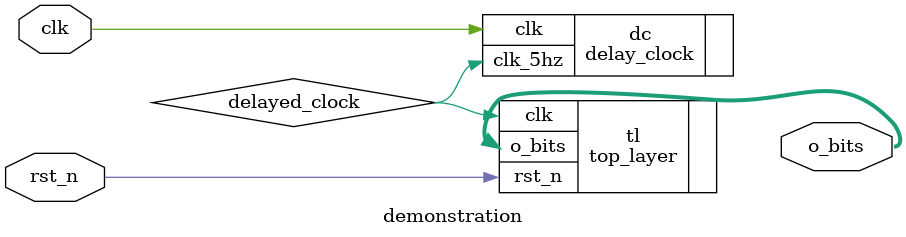
<source format=v>
`timescale 1ns / 1ps


module demonstration(
    input clk, rst_n,
    output wire [3:0] o_bits
    );
    
    wire delayed_clock;
    
    delay_clock dc(
        .clk(clk),
        .clk_5hz(delayed_clock)
    );
    
    top_layer tl(
    .clk(delayed_clock),
    .rst_n(rst_n),
    .o_bits(o_bits)
    );
    
endmodule

</source>
